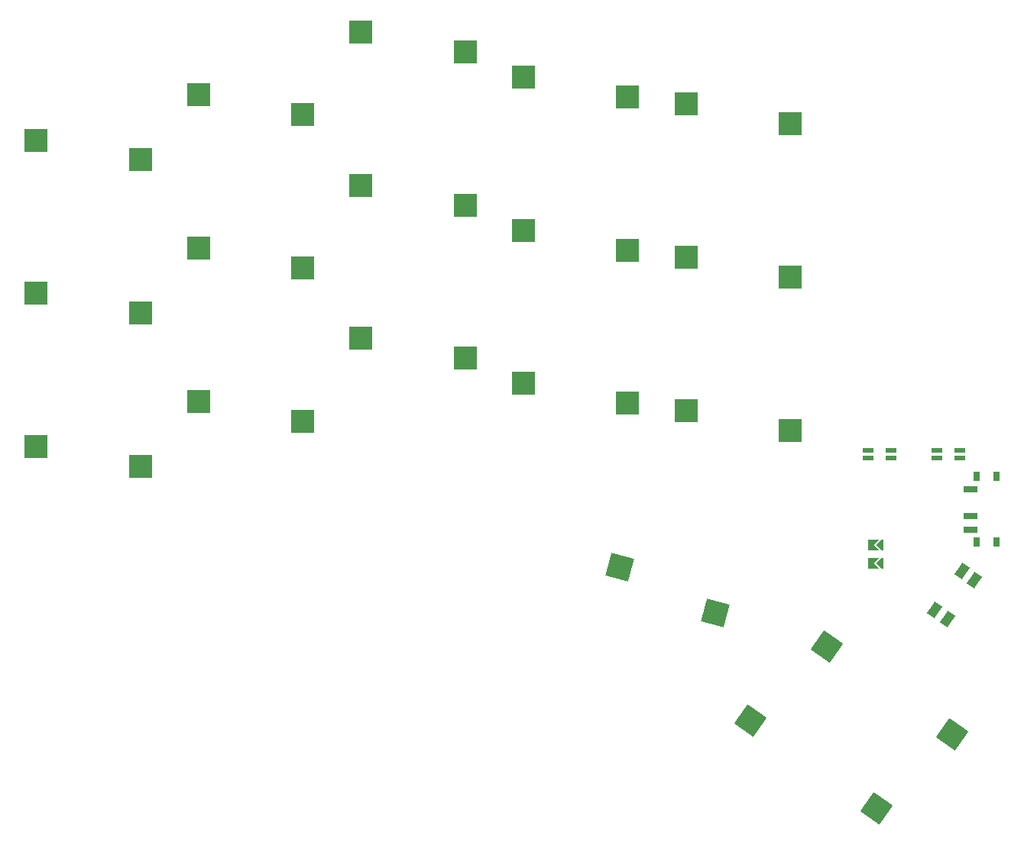
<source format=gbr>
%TF.GenerationSoftware,KiCad,Pcbnew,9.0.0*%
%TF.CreationDate,2025-03-13T17:07:21-04:00*%
%TF.ProjectId,Tenebra,54656e65-6272-4612-9e6b-696361645f70,v1.0.0*%
%TF.SameCoordinates,Original*%
%TF.FileFunction,Paste,Bot*%
%TF.FilePolarity,Positive*%
%FSLAX46Y46*%
G04 Gerber Fmt 4.6, Leading zero omitted, Abs format (unit mm)*
G04 Created by KiCad (PCBNEW 9.0.0) date 2025-03-13 17:07:21*
%MOMM*%
%LPD*%
G01*
G04 APERTURE LIST*
G04 Aperture macros list*
%AMRotRect*
0 Rectangle, with rotation*
0 The origin of the aperture is its center*
0 $1 length*
0 $2 width*
0 $3 Rotation angle, in degrees counterclockwise*
0 Add horizontal line*
21,1,$1,$2,0,0,$3*%
%AMFreePoly0*
4,1,6,0.600000,-1.000000,0.000000,-0.400000,-0.600000,-1.000000,-0.600000,0.250000,0.600000,0.250000,0.600000,-1.000000,0.600000,-1.000000,$1*%
%AMFreePoly1*
4,1,6,0.600000,-0.200000,0.600000,-0.400000,-0.600000,-0.400000,-0.600000,-0.200000,0.000000,0.400000,0.600000,-0.200000,0.600000,-0.200000,$1*%
G04 Aperture macros list end*
%ADD10R,2.600000X2.600000*%
%ADD11RotRect,2.600000X2.600000X55.000000*%
%ADD12FreePoly0,90.000000*%
%ADD13FreePoly1,90.000000*%
%ADD14RotRect,1.550000X1.000000X55.000000*%
%ADD15R,0.800000X1.000000*%
%ADD16R,1.500000X0.700000*%
%ADD17R,1.200000X0.600000*%
%ADD18RotRect,2.600000X2.600000X345.000000*%
G04 APERTURE END LIST*
D10*
%TO.C,S9*%
X132725000Y-48050000D03*
X144275000Y-50250000D03*
%TD*%
D11*
%TO.C,S17*%
X175885887Y-124417096D03*
X184312829Y-116217758D03*
%TD*%
D12*
%TO.C,JST1*%
X189184000Y-107000000D03*
X189184000Y-105000000D03*
D13*
X190200000Y-105000000D03*
X190200000Y-107000000D03*
%TD*%
D14*
%TO.C,RST1*%
X200701917Y-108837266D03*
X199309359Y-107862186D03*
X197690641Y-113137814D03*
X196298083Y-112162734D03*
%TD*%
D10*
%TO.C,S4*%
X114725000Y-89050000D03*
X126275000Y-91250000D03*
%TD*%
%TO.C,S12*%
X150725000Y-53050000D03*
X162275000Y-55250000D03*
%TD*%
%TO.C,S1*%
X96725000Y-94050000D03*
X108275000Y-96250000D03*
%TD*%
%TO.C,S15*%
X168725000Y-56050000D03*
X180275000Y-58250000D03*
%TD*%
%TO.C,S6*%
X114725000Y-55050000D03*
X126275000Y-57250000D03*
%TD*%
%TO.C,S14*%
X168725000Y-73050000D03*
X180275000Y-75250000D03*
%TD*%
%TO.C,S10*%
X150725000Y-87050000D03*
X162275000Y-89250000D03*
%TD*%
%TO.C,S8*%
X132725000Y-65050000D03*
X144275000Y-67250000D03*
%TD*%
%TO.C,S11*%
X150725000Y-70050000D03*
X162275000Y-72250000D03*
%TD*%
%TO.C,S13*%
X168725000Y-90050000D03*
X180275000Y-92250000D03*
%TD*%
%TO.C,S2*%
X96725000Y-77050000D03*
X108275000Y-79250000D03*
%TD*%
%TO.C,S7*%
X132725000Y-82050000D03*
X144275000Y-84250000D03*
%TD*%
%TO.C,S3*%
X96725000Y-60050000D03*
X108275000Y-62250000D03*
%TD*%
D11*
%TO.C,S18*%
X189811472Y-134167895D03*
X198238414Y-125968557D03*
%TD*%
D15*
%TO.C,PWR1*%
X200915000Y-97350000D03*
X200915000Y-104650000D03*
X203125000Y-97350000D03*
X203125000Y-104650000D03*
D16*
X200265000Y-98750000D03*
X200265000Y-101750000D03*
X200265000Y-103250000D03*
%TD*%
D10*
%TO.C,S5*%
X114725000Y-72050000D03*
X126275000Y-74250000D03*
%TD*%
D17*
%TO.C,DISP1*%
X199080000Y-95350000D03*
X196540000Y-95350000D03*
X191460000Y-95350000D03*
X188920000Y-95350000D03*
X199080000Y-94450000D03*
X196540000Y-94450000D03*
X191460000Y-94450000D03*
X188920000Y-94450000D03*
%TD*%
D18*
%TO.C,S16*%
X161376566Y-107405109D03*
X171963608Y-112519506D03*
%TD*%
M02*

</source>
